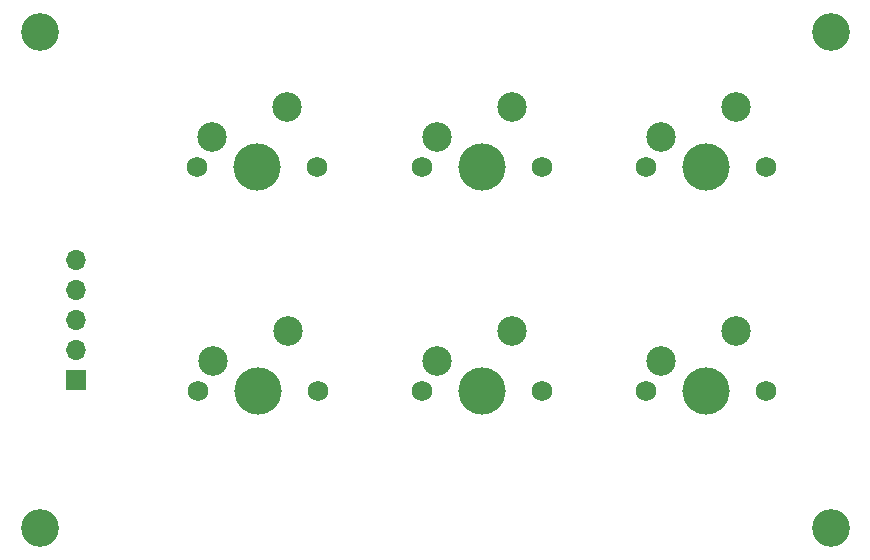
<source format=gbr>
%TF.GenerationSoftware,KiCad,Pcbnew,8.0.0*%
%TF.CreationDate,2024-03-12T01:41:40-04:00*%
%TF.ProjectId,mediaKeeb_V1,6d656469-614b-4656-9562-5f56312e6b69,rev?*%
%TF.SameCoordinates,Original*%
%TF.FileFunction,Soldermask,Top*%
%TF.FilePolarity,Negative*%
%FSLAX46Y46*%
G04 Gerber Fmt 4.6, Leading zero omitted, Abs format (unit mm)*
G04 Created by KiCad (PCBNEW 8.0.0) date 2024-03-12 01:41:40*
%MOMM*%
%LPD*%
G01*
G04 APERTURE LIST*
%ADD10C,3.200000*%
%ADD11C,2.500000*%
%ADD12C,4.000000*%
%ADD13C,1.750000*%
%ADD14R,1.700000X1.700000*%
%ADD15O,1.700000X1.700000*%
G04 APERTURE END LIST*
D10*
%TO.C,H1*%
X168000000Y-51000000D03*
%TD*%
%TO.C,H4*%
X168000000Y-93000000D03*
%TD*%
%TO.C,H3*%
X101000000Y-93000000D03*
%TD*%
%TO.C,H2*%
X101000000Y-51000000D03*
%TD*%
D11*
%TO.C,SW6*%
X153641250Y-78890000D03*
X159991250Y-76350000D03*
D12*
X157451250Y-81430000D03*
D13*
X152371250Y-81430000D03*
X162531250Y-81430000D03*
%TD*%
%TO.C,SW5*%
X143531250Y-81430000D03*
X133371250Y-81430000D03*
D12*
X138451250Y-81430000D03*
D11*
X140991250Y-76350000D03*
X134641250Y-78890000D03*
%TD*%
D13*
%TO.C,SW4*%
X124531250Y-81430000D03*
X114371250Y-81430000D03*
D12*
X119451250Y-81430000D03*
D11*
X121991250Y-76350000D03*
X115641250Y-78890000D03*
%TD*%
%TO.C,SW3*%
X153641250Y-59890000D03*
X159991250Y-57350000D03*
D12*
X157451250Y-62430000D03*
D13*
X152371250Y-62430000D03*
X162531250Y-62430000D03*
%TD*%
%TO.C,SW2*%
X143531250Y-62430000D03*
X133371250Y-62430000D03*
D12*
X138451250Y-62430000D03*
D11*
X140991250Y-57350000D03*
X134641250Y-59890000D03*
%TD*%
D13*
%TO.C,SW1*%
X124521250Y-62430000D03*
X114361250Y-62430000D03*
D12*
X119441250Y-62430000D03*
D11*
X121981250Y-57350000D03*
X115631250Y-59890000D03*
%TD*%
D14*
%TO.C,J1*%
X104081250Y-80520000D03*
D15*
X104081250Y-77980000D03*
X104081250Y-75440000D03*
X104081250Y-72900000D03*
X104081250Y-70360000D03*
%TD*%
M02*

</source>
